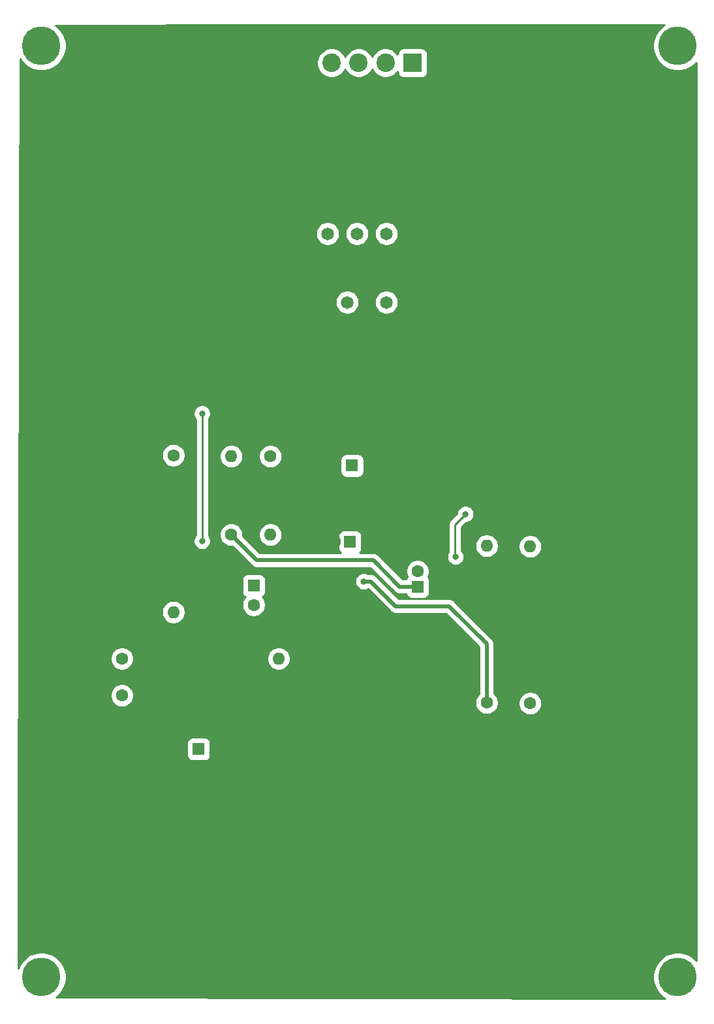
<source format=gbr>
%TF.GenerationSoftware,KiCad,Pcbnew,(5.1.6)-1*%
%TF.CreationDate,2020-11-12T12:18:02-07:00*%
%TF.ProjectId,OPA454_SmallSig_Amp,4f504134-3534-45f5-936d-616c6c536967,rev?*%
%TF.SameCoordinates,Original*%
%TF.FileFunction,Copper,L2,Bot*%
%TF.FilePolarity,Positive*%
%FSLAX46Y46*%
G04 Gerber Fmt 4.6, Leading zero omitted, Abs format (unit mm)*
G04 Created by KiCad (PCBNEW (5.1.6)-1) date 2020-11-12 12:18:02*
%MOMM*%
%LPD*%
G01*
G04 APERTURE LIST*
%TA.AperFunction,ComponentPad*%
%ADD10C,5.000000*%
%TD*%
%TA.AperFunction,ComponentPad*%
%ADD11O,1.600000X1.600000*%
%TD*%
%TA.AperFunction,ComponentPad*%
%ADD12C,1.600000*%
%TD*%
%TA.AperFunction,ComponentPad*%
%ADD13C,1.650000*%
%TD*%
%TA.AperFunction,ComponentPad*%
%ADD14C,2.400000*%
%TD*%
%TA.AperFunction,ComponentPad*%
%ADD15R,2.400000X2.400000*%
%TD*%
%TA.AperFunction,ComponentPad*%
%ADD16R,1.600000X1.600000*%
%TD*%
%TA.AperFunction,ComponentPad*%
%ADD17C,0.300000*%
%TD*%
%TA.AperFunction,ViaPad*%
%ADD18C,0.800000*%
%TD*%
%TA.AperFunction,Conductor*%
%ADD19C,0.250000*%
%TD*%
%TA.AperFunction,Conductor*%
%ADD20C,0.500000*%
%TD*%
%TA.AperFunction,Conductor*%
%ADD21C,0.254000*%
%TD*%
G04 APERTURE END LIST*
D10*
%TO.P,H4,1*%
%TO.N,N/C*%
X142250000Y-158250000D03*
%TD*%
%TO.P,H3,1*%
%TO.N,N/C*%
X142250000Y-37600000D03*
%TD*%
%TO.P,H2,1*%
%TO.N,N/C*%
X59700000Y-158250000D03*
%TD*%
%TO.P,H1,1*%
%TO.N,N/C*%
X59700000Y-37600000D03*
%TD*%
D11*
%TO.P,R3,2*%
%TO.N,Net-(R2-Pad1)*%
X84316000Y-90765000D03*
D12*
%TO.P,R3,1*%
%TO.N,Net-(C5-Pad1)*%
X84316000Y-100925000D03*
%TD*%
D11*
%TO.P,R2,2*%
%TO.N,SIG_BIAS*%
X89396000Y-100925000D03*
D12*
%TO.P,R2,1*%
%TO.N,Net-(R2-Pad1)*%
X89396000Y-90765000D03*
%TD*%
D13*
%TO.P,U2,4*%
%TO.N,V-*%
X94285500Y-70826000D03*
%TO.P,U2,5*%
%TO.N,Net-(U2-Pad5)*%
X99365500Y-70826000D03*
%TO.P,U2,3*%
%TO.N,V+*%
X104445500Y-70826000D03*
%TO.P,U2,6*%
%TO.N,Net-(U2-Pad6)*%
X96825500Y-61936000D03*
%TO.P,U2,2*%
%TO.N,5V_IN*%
X100635500Y-61936000D03*
%TO.P,U2,1*%
%TO.N,5V_GND*%
X104445500Y-61936000D03*
%TD*%
D11*
%TO.P,R7,2*%
%TO.N,V+*%
X117463000Y-102385500D03*
D12*
%TO.P,R7,1*%
%TO.N,Net-(R7-Pad1)*%
X117463000Y-122705500D03*
%TD*%
D11*
%TO.P,R6,2*%
%TO.N,Net-(C2-Pad2)*%
X90475500Y-116990500D03*
D12*
%TO.P,R6,1*%
%TO.N,SIG_BIAS*%
X70155500Y-116990500D03*
%TD*%
D11*
%TO.P,R5,2*%
%TO.N,V-*%
X90475500Y-121753000D03*
D12*
%TO.P,R5,1*%
%TO.N,SIG_BIAS*%
X70155500Y-121753000D03*
%TD*%
D11*
%TO.P,R4,2*%
%TO.N,V+*%
X123114500Y-102449000D03*
D12*
%TO.P,R4,1*%
%TO.N,Net-(R4-Pad1)*%
X123114500Y-122769000D03*
%TD*%
D11*
%TO.P,R1,2*%
%TO.N,SIG_BIAS*%
X76823000Y-110958000D03*
D12*
%TO.P,R1,1*%
%TO.N,V+*%
X76823000Y-90638000D03*
%TD*%
D14*
%TO.P,J1,4*%
%TO.N,+SIG_IN*%
X97350000Y-39800000D03*
%TO.P,J1,3*%
%TO.N,5V_IN*%
X100850000Y-39800000D03*
%TO.P,J1,2*%
%TO.N,5V_GND*%
X104350000Y-39800000D03*
D15*
%TO.P,J1,1*%
%TO.N,SIG_OUT*%
X107850000Y-39800000D03*
%TD*%
D12*
%TO.P,C5,2*%
%TO.N,SIG_OUT*%
X108509500Y-105656000D03*
D16*
%TO.P,C5,1*%
%TO.N,Net-(C5-Pad1)*%
X108509500Y-107656000D03*
%TD*%
D12*
%TO.P,C4,2*%
%TO.N,V-*%
X97725966Y-101869500D03*
D16*
%TO.P,C4,1*%
%TO.N,V+*%
X99725966Y-101869500D03*
%TD*%
D12*
%TO.P,C3,2*%
%TO.N,V-*%
X97500500Y-91971500D03*
D16*
%TO.P,C3,1*%
%TO.N,V+*%
X100000500Y-91971500D03*
%TD*%
D12*
%TO.P,C2,2*%
%TO.N,Net-(C2-Pad2)*%
X87237000Y-110029000D03*
D16*
%TO.P,C2,1*%
%TO.N,+SIG_IN*%
X87237000Y-107529000D03*
%TD*%
D12*
%TO.P,C1,2*%
%TO.N,V-*%
X80100000Y-131200000D03*
D16*
%TO.P,C1,1*%
%TO.N,SIG_BIAS*%
X80100000Y-128700000D03*
%TD*%
D17*
%TO.P,U1,17*%
%TO.N,V-*%
X99444000Y-113416000D03*
%TO.P,U1,16*%
X98144000Y-113416000D03*
%TO.P,U1,15*%
X99444000Y-112116000D03*
%TO.P,U1,14*%
X98144000Y-112116000D03*
%TO.P,U1,13*%
X99444000Y-110816000D03*
%TO.P,U1,12*%
X98144000Y-110816000D03*
%TO.P,U1,11*%
X99444000Y-109516000D03*
%TO.P,U1,10*%
X98144000Y-109516000D03*
%TD*%
D18*
%TO.N,V-*%
X93904500Y-113879000D03*
X96094000Y-108004000D03*
%TO.N,+SIG_IN*%
X80550000Y-85225000D03*
X80550000Y-101750000D03*
%TO.N,SIG_OUT*%
X113425000Y-103800000D03*
X114700000Y-98250000D03*
%TO.N,Net-(R7-Pad1)*%
X101494000Y-106988000D03*
%TD*%
D19*
%TO.N,+SIG_IN*%
X80550000Y-85225000D02*
X80550000Y-101750000D01*
%TO.N,SIG_OUT*%
X114700000Y-98250000D02*
X113350000Y-99600000D01*
X113350000Y-103725000D02*
X113425000Y-103800000D01*
X113350000Y-99600000D02*
X113350000Y-103725000D01*
D20*
%TO.N,Net-(C5-Pad1)*%
X84316000Y-100925000D02*
X87618000Y-104227000D01*
X102731000Y-104227000D02*
X106160000Y-107656000D01*
X106160000Y-107656000D02*
X108509500Y-107656000D01*
X87618000Y-104227000D02*
X102731000Y-104227000D01*
%TO.N,Net-(R7-Pad1)*%
X105652000Y-110196000D02*
X102444000Y-106988000D01*
X102444000Y-106988000D02*
X101494000Y-106988000D01*
X112573500Y-110196000D02*
X105652000Y-110196000D01*
X117463000Y-115085500D02*
X112573500Y-110196000D01*
X117463000Y-122705500D02*
X117463000Y-115085500D01*
%TD*%
D21*
%TO.N,V-*%
G36*
X140192907Y-35093425D02*
G01*
X139743425Y-35542907D01*
X139390270Y-36071442D01*
X139147012Y-36658719D01*
X139023000Y-37282168D01*
X139023000Y-37917832D01*
X139147012Y-38541281D01*
X139390270Y-39128558D01*
X139743425Y-39657093D01*
X140192907Y-40106575D01*
X140721442Y-40459730D01*
X141308719Y-40702988D01*
X141932168Y-40827000D01*
X142567832Y-40827000D01*
X143191281Y-40702988D01*
X143778558Y-40459730D01*
X144307093Y-40106575D01*
X144648000Y-39765668D01*
X144648001Y-156084333D01*
X144307093Y-155743425D01*
X143778558Y-155390270D01*
X143191281Y-155147012D01*
X142567832Y-155023000D01*
X141932168Y-155023000D01*
X141308719Y-155147012D01*
X140721442Y-155390270D01*
X140192907Y-155743425D01*
X139743425Y-156192907D01*
X139390270Y-156721442D01*
X139147012Y-157308719D01*
X139023000Y-157932168D01*
X139023000Y-158567832D01*
X139147012Y-159191281D01*
X139390270Y-159778558D01*
X139743425Y-160307093D01*
X140192907Y-160756575D01*
X140613045Y-161037302D01*
X61601200Y-160860739D01*
X61757093Y-160756575D01*
X62206575Y-160307093D01*
X62559730Y-159778558D01*
X62802988Y-159191281D01*
X62927000Y-158567832D01*
X62927000Y-157932168D01*
X62802988Y-157308719D01*
X62559730Y-156721442D01*
X62206575Y-156192907D01*
X61757093Y-155743425D01*
X61228558Y-155390270D01*
X60641281Y-155147012D01*
X60017832Y-155023000D01*
X59382168Y-155023000D01*
X58758719Y-155147012D01*
X58171442Y-155390270D01*
X57642907Y-155743425D01*
X57193425Y-156192907D01*
X56840270Y-156721442D01*
X56662474Y-157150679D01*
X56731325Y-127900000D01*
X78569483Y-127900000D01*
X78569483Y-129500000D01*
X78583520Y-129642517D01*
X78625090Y-129779557D01*
X78692597Y-129905853D01*
X78783446Y-130016554D01*
X78894147Y-130107403D01*
X79020443Y-130174910D01*
X79157483Y-130216480D01*
X79300000Y-130230517D01*
X80900000Y-130230517D01*
X81042517Y-130216480D01*
X81179557Y-130174910D01*
X81305853Y-130107403D01*
X81416554Y-130016554D01*
X81507403Y-129905853D01*
X81574910Y-129779557D01*
X81616480Y-129642517D01*
X81630517Y-129500000D01*
X81630517Y-127900000D01*
X81616480Y-127757483D01*
X81574910Y-127620443D01*
X81507403Y-127494147D01*
X81416554Y-127383446D01*
X81305853Y-127292597D01*
X81179557Y-127225090D01*
X81042517Y-127183520D01*
X80900000Y-127169483D01*
X79300000Y-127169483D01*
X79157483Y-127183520D01*
X79020443Y-127225090D01*
X78894147Y-127292597D01*
X78783446Y-127383446D01*
X78692597Y-127494147D01*
X78625090Y-127620443D01*
X78583520Y-127757483D01*
X78569483Y-127900000D01*
X56731325Y-127900000D01*
X56746149Y-121602604D01*
X68628500Y-121602604D01*
X68628500Y-121903396D01*
X68687181Y-122198410D01*
X68802290Y-122476306D01*
X68969401Y-122726406D01*
X69182094Y-122939099D01*
X69432194Y-123106210D01*
X69710090Y-123221319D01*
X70005104Y-123280000D01*
X70305896Y-123280000D01*
X70600910Y-123221319D01*
X70878806Y-123106210D01*
X71128906Y-122939099D01*
X71341599Y-122726406D01*
X71508710Y-122476306D01*
X71623819Y-122198410D01*
X71682500Y-121903396D01*
X71682500Y-121602604D01*
X71623819Y-121307590D01*
X71508710Y-121029694D01*
X71341599Y-120779594D01*
X71128906Y-120566901D01*
X70878806Y-120399790D01*
X70600910Y-120284681D01*
X70305896Y-120226000D01*
X70005104Y-120226000D01*
X69710090Y-120284681D01*
X69432194Y-120399790D01*
X69182094Y-120566901D01*
X68969401Y-120779594D01*
X68802290Y-121029694D01*
X68687181Y-121307590D01*
X68628500Y-121602604D01*
X56746149Y-121602604D01*
X56757359Y-116840104D01*
X68628500Y-116840104D01*
X68628500Y-117140896D01*
X68687181Y-117435910D01*
X68802290Y-117713806D01*
X68969401Y-117963906D01*
X69182094Y-118176599D01*
X69432194Y-118343710D01*
X69710090Y-118458819D01*
X70005104Y-118517500D01*
X70305896Y-118517500D01*
X70600910Y-118458819D01*
X70878806Y-118343710D01*
X71128906Y-118176599D01*
X71341599Y-117963906D01*
X71508710Y-117713806D01*
X71623819Y-117435910D01*
X71682500Y-117140896D01*
X71682500Y-116840104D01*
X88948500Y-116840104D01*
X88948500Y-117140896D01*
X89007181Y-117435910D01*
X89122290Y-117713806D01*
X89289401Y-117963906D01*
X89502094Y-118176599D01*
X89752194Y-118343710D01*
X90030090Y-118458819D01*
X90325104Y-118517500D01*
X90625896Y-118517500D01*
X90920910Y-118458819D01*
X91198806Y-118343710D01*
X91448906Y-118176599D01*
X91661599Y-117963906D01*
X91828710Y-117713806D01*
X91943819Y-117435910D01*
X92002500Y-117140896D01*
X92002500Y-116840104D01*
X91943819Y-116545090D01*
X91828710Y-116267194D01*
X91661599Y-116017094D01*
X91448906Y-115804401D01*
X91198806Y-115637290D01*
X90920910Y-115522181D01*
X90625896Y-115463500D01*
X90325104Y-115463500D01*
X90030090Y-115522181D01*
X89752194Y-115637290D01*
X89502094Y-115804401D01*
X89289401Y-116017094D01*
X89122290Y-116267194D01*
X89007181Y-116545090D01*
X88948500Y-116840104D01*
X71682500Y-116840104D01*
X71623819Y-116545090D01*
X71508710Y-116267194D01*
X71341599Y-116017094D01*
X71128906Y-115804401D01*
X70878806Y-115637290D01*
X70600910Y-115522181D01*
X70305896Y-115463500D01*
X70005104Y-115463500D01*
X69710090Y-115522181D01*
X69432194Y-115637290D01*
X69182094Y-115804401D01*
X68969401Y-116017094D01*
X68802290Y-116267194D01*
X68687181Y-116545090D01*
X68628500Y-116840104D01*
X56757359Y-116840104D01*
X56771558Y-110807604D01*
X75296000Y-110807604D01*
X75296000Y-111108396D01*
X75354681Y-111403410D01*
X75469790Y-111681306D01*
X75636901Y-111931406D01*
X75849594Y-112144099D01*
X76099694Y-112311210D01*
X76377590Y-112426319D01*
X76672604Y-112485000D01*
X76973396Y-112485000D01*
X77268410Y-112426319D01*
X77546306Y-112311210D01*
X77796406Y-112144099D01*
X78009099Y-111931406D01*
X78176210Y-111681306D01*
X78291319Y-111403410D01*
X78350000Y-111108396D01*
X78350000Y-110807604D01*
X78291319Y-110512590D01*
X78176210Y-110234694D01*
X78009099Y-109984594D01*
X77796406Y-109771901D01*
X77546306Y-109604790D01*
X77268410Y-109489681D01*
X76973396Y-109431000D01*
X76672604Y-109431000D01*
X76377590Y-109489681D01*
X76099694Y-109604790D01*
X75849594Y-109771901D01*
X75636901Y-109984594D01*
X75469790Y-110234694D01*
X75354681Y-110512590D01*
X75296000Y-110807604D01*
X56771558Y-110807604D01*
X56781158Y-106729000D01*
X85706483Y-106729000D01*
X85706483Y-108329000D01*
X85720520Y-108471517D01*
X85762090Y-108608557D01*
X85829597Y-108734853D01*
X85920446Y-108845554D01*
X86031147Y-108936403D01*
X86121694Y-108984801D01*
X86050901Y-109055594D01*
X85883790Y-109305694D01*
X85768681Y-109583590D01*
X85710000Y-109878604D01*
X85710000Y-110179396D01*
X85768681Y-110474410D01*
X85883790Y-110752306D01*
X86050901Y-111002406D01*
X86263594Y-111215099D01*
X86513694Y-111382210D01*
X86791590Y-111497319D01*
X87086604Y-111556000D01*
X87387396Y-111556000D01*
X87682410Y-111497319D01*
X87960306Y-111382210D01*
X88210406Y-111215099D01*
X88423099Y-111002406D01*
X88590210Y-110752306D01*
X88705319Y-110474410D01*
X88764000Y-110179396D01*
X88764000Y-109878604D01*
X88705319Y-109583590D01*
X88590210Y-109305694D01*
X88423099Y-109055594D01*
X88352306Y-108984801D01*
X88442853Y-108936403D01*
X88553554Y-108845554D01*
X88644403Y-108734853D01*
X88711910Y-108608557D01*
X88753480Y-108471517D01*
X88767517Y-108329000D01*
X88767517Y-106877000D01*
X100367000Y-106877000D01*
X100367000Y-107099000D01*
X100410310Y-107316734D01*
X100495266Y-107521835D01*
X100618602Y-107706421D01*
X100775579Y-107863398D01*
X100960165Y-107986734D01*
X101165266Y-108071690D01*
X101383000Y-108115000D01*
X101605000Y-108115000D01*
X101822734Y-108071690D01*
X102027835Y-107986734D01*
X102047745Y-107973431D01*
X104927220Y-110852907D01*
X104957814Y-110890186D01*
X105106582Y-111012276D01*
X105276309Y-111102997D01*
X105460475Y-111158863D01*
X105604007Y-111173000D01*
X105604009Y-111173000D01*
X105651999Y-111177727D01*
X105699990Y-111173000D01*
X112168814Y-111173000D01*
X116486001Y-115490188D01*
X116486000Y-121522995D01*
X116276901Y-121732094D01*
X116109790Y-121982194D01*
X115994681Y-122260090D01*
X115936000Y-122555104D01*
X115936000Y-122855896D01*
X115994681Y-123150910D01*
X116109790Y-123428806D01*
X116276901Y-123678906D01*
X116489594Y-123891599D01*
X116739694Y-124058710D01*
X117017590Y-124173819D01*
X117312604Y-124232500D01*
X117613396Y-124232500D01*
X117908410Y-124173819D01*
X118186306Y-124058710D01*
X118436406Y-123891599D01*
X118649099Y-123678906D01*
X118816210Y-123428806D01*
X118931319Y-123150910D01*
X118990000Y-122855896D01*
X118990000Y-122618604D01*
X121587500Y-122618604D01*
X121587500Y-122919396D01*
X121646181Y-123214410D01*
X121761290Y-123492306D01*
X121928401Y-123742406D01*
X122141094Y-123955099D01*
X122391194Y-124122210D01*
X122669090Y-124237319D01*
X122964104Y-124296000D01*
X123264896Y-124296000D01*
X123559910Y-124237319D01*
X123837806Y-124122210D01*
X124087906Y-123955099D01*
X124300599Y-123742406D01*
X124467710Y-123492306D01*
X124582819Y-123214410D01*
X124641500Y-122919396D01*
X124641500Y-122618604D01*
X124582819Y-122323590D01*
X124467710Y-122045694D01*
X124300599Y-121795594D01*
X124087906Y-121582901D01*
X123837806Y-121415790D01*
X123559910Y-121300681D01*
X123264896Y-121242000D01*
X122964104Y-121242000D01*
X122669090Y-121300681D01*
X122391194Y-121415790D01*
X122141094Y-121582901D01*
X121928401Y-121795594D01*
X121761290Y-122045694D01*
X121646181Y-122323590D01*
X121587500Y-122618604D01*
X118990000Y-122618604D01*
X118990000Y-122555104D01*
X118931319Y-122260090D01*
X118816210Y-121982194D01*
X118649099Y-121732094D01*
X118440000Y-121522995D01*
X118440000Y-115133490D01*
X118444727Y-115085499D01*
X118440000Y-115037507D01*
X118425863Y-114893975D01*
X118369997Y-114709809D01*
X118279276Y-114540082D01*
X118157186Y-114391314D01*
X118119907Y-114360721D01*
X113298284Y-109539098D01*
X113267686Y-109501814D01*
X113118918Y-109379724D01*
X112949191Y-109289003D01*
X112765025Y-109233137D01*
X112621493Y-109219000D01*
X112573500Y-109214273D01*
X112525507Y-109219000D01*
X106056687Y-109219000D01*
X103168784Y-106331098D01*
X103138186Y-106293814D01*
X102989418Y-106171724D01*
X102819691Y-106081003D01*
X102635525Y-106025137D01*
X102491993Y-106011000D01*
X102444000Y-106006273D01*
X102396007Y-106011000D01*
X102060362Y-106011000D01*
X102027835Y-105989266D01*
X101822734Y-105904310D01*
X101605000Y-105861000D01*
X101383000Y-105861000D01*
X101165266Y-105904310D01*
X100960165Y-105989266D01*
X100775579Y-106112602D01*
X100618602Y-106269579D01*
X100495266Y-106454165D01*
X100410310Y-106659266D01*
X100367000Y-106877000D01*
X88767517Y-106877000D01*
X88767517Y-106729000D01*
X88753480Y-106586483D01*
X88711910Y-106449443D01*
X88644403Y-106323147D01*
X88553554Y-106212446D01*
X88442853Y-106121597D01*
X88316557Y-106054090D01*
X88179517Y-106012520D01*
X88037000Y-105998483D01*
X86437000Y-105998483D01*
X86294483Y-106012520D01*
X86157443Y-106054090D01*
X86031147Y-106121597D01*
X85920446Y-106212446D01*
X85829597Y-106323147D01*
X85762090Y-106449443D01*
X85720520Y-106586483D01*
X85706483Y-106729000D01*
X56781158Y-106729000D01*
X56819388Y-90487604D01*
X75296000Y-90487604D01*
X75296000Y-90788396D01*
X75354681Y-91083410D01*
X75469790Y-91361306D01*
X75636901Y-91611406D01*
X75849594Y-91824099D01*
X76099694Y-91991210D01*
X76377590Y-92106319D01*
X76672604Y-92165000D01*
X76973396Y-92165000D01*
X77268410Y-92106319D01*
X77546306Y-91991210D01*
X77796406Y-91824099D01*
X78009099Y-91611406D01*
X78176210Y-91361306D01*
X78291319Y-91083410D01*
X78350000Y-90788396D01*
X78350000Y-90487604D01*
X78291319Y-90192590D01*
X78176210Y-89914694D01*
X78009099Y-89664594D01*
X77796406Y-89451901D01*
X77546306Y-89284790D01*
X77268410Y-89169681D01*
X76973396Y-89111000D01*
X76672604Y-89111000D01*
X76377590Y-89169681D01*
X76099694Y-89284790D01*
X75849594Y-89451901D01*
X75636901Y-89664594D01*
X75469790Y-89914694D01*
X75354681Y-90192590D01*
X75296000Y-90487604D01*
X56819388Y-90487604D01*
X56832036Y-85114000D01*
X79423000Y-85114000D01*
X79423000Y-85336000D01*
X79466310Y-85553734D01*
X79551266Y-85758835D01*
X79674602Y-85943421D01*
X79698000Y-85966819D01*
X79698001Y-101008180D01*
X79674602Y-101031579D01*
X79551266Y-101216165D01*
X79466310Y-101421266D01*
X79423000Y-101639000D01*
X79423000Y-101861000D01*
X79466310Y-102078734D01*
X79551266Y-102283835D01*
X79674602Y-102468421D01*
X79831579Y-102625398D01*
X80016165Y-102748734D01*
X80221266Y-102833690D01*
X80439000Y-102877000D01*
X80661000Y-102877000D01*
X80878734Y-102833690D01*
X81083835Y-102748734D01*
X81268421Y-102625398D01*
X81425398Y-102468421D01*
X81548734Y-102283835D01*
X81633690Y-102078734D01*
X81677000Y-101861000D01*
X81677000Y-101639000D01*
X81633690Y-101421266D01*
X81548734Y-101216165D01*
X81425398Y-101031579D01*
X81402000Y-101008181D01*
X81402000Y-100774604D01*
X82789000Y-100774604D01*
X82789000Y-101075396D01*
X82847681Y-101370410D01*
X82962790Y-101648306D01*
X83129901Y-101898406D01*
X83342594Y-102111099D01*
X83592694Y-102278210D01*
X83870590Y-102393319D01*
X84165604Y-102452000D01*
X84461314Y-102452000D01*
X86893220Y-104883907D01*
X86923814Y-104921186D01*
X87072582Y-105043276D01*
X87242309Y-105133997D01*
X87426475Y-105189863D01*
X87570007Y-105204000D01*
X87570009Y-105204000D01*
X87617999Y-105208727D01*
X87665990Y-105204000D01*
X102326314Y-105204000D01*
X105435220Y-108312907D01*
X105465814Y-108350186D01*
X105614582Y-108472276D01*
X105784309Y-108562997D01*
X105968475Y-108618863D01*
X106112007Y-108633000D01*
X106112009Y-108633000D01*
X106159999Y-108637727D01*
X106207990Y-108633000D01*
X107003480Y-108633000D01*
X107034590Y-108735557D01*
X107102097Y-108861853D01*
X107192946Y-108972554D01*
X107303647Y-109063403D01*
X107429943Y-109130910D01*
X107566983Y-109172480D01*
X107709500Y-109186517D01*
X109309500Y-109186517D01*
X109452017Y-109172480D01*
X109589057Y-109130910D01*
X109715353Y-109063403D01*
X109826054Y-108972554D01*
X109916903Y-108861853D01*
X109984410Y-108735557D01*
X110025980Y-108598517D01*
X110040017Y-108456000D01*
X110040017Y-106856000D01*
X110025980Y-106713483D01*
X109984410Y-106576443D01*
X109916903Y-106450147D01*
X109860940Y-106381955D01*
X109862710Y-106379306D01*
X109977819Y-106101410D01*
X110036500Y-105806396D01*
X110036500Y-105505604D01*
X109977819Y-105210590D01*
X109862710Y-104932694D01*
X109695599Y-104682594D01*
X109482906Y-104469901D01*
X109232806Y-104302790D01*
X108954910Y-104187681D01*
X108659896Y-104129000D01*
X108359104Y-104129000D01*
X108064090Y-104187681D01*
X107786194Y-104302790D01*
X107536094Y-104469901D01*
X107323401Y-104682594D01*
X107156290Y-104932694D01*
X107041181Y-105210590D01*
X106982500Y-105505604D01*
X106982500Y-105806396D01*
X107041181Y-106101410D01*
X107156290Y-106379306D01*
X107158060Y-106381955D01*
X107102097Y-106450147D01*
X107034590Y-106576443D01*
X107003480Y-106679000D01*
X106564687Y-106679000D01*
X103574687Y-103689000D01*
X112298000Y-103689000D01*
X112298000Y-103911000D01*
X112341310Y-104128734D01*
X112426266Y-104333835D01*
X112549602Y-104518421D01*
X112706579Y-104675398D01*
X112891165Y-104798734D01*
X113096266Y-104883690D01*
X113314000Y-104927000D01*
X113536000Y-104927000D01*
X113753734Y-104883690D01*
X113958835Y-104798734D01*
X114143421Y-104675398D01*
X114300398Y-104518421D01*
X114423734Y-104333835D01*
X114508690Y-104128734D01*
X114552000Y-103911000D01*
X114552000Y-103689000D01*
X114508690Y-103471266D01*
X114423734Y-103266165D01*
X114300398Y-103081579D01*
X114202000Y-102983181D01*
X114202000Y-102235104D01*
X115936000Y-102235104D01*
X115936000Y-102535896D01*
X115994681Y-102830910D01*
X116109790Y-103108806D01*
X116276901Y-103358906D01*
X116489594Y-103571599D01*
X116739694Y-103738710D01*
X117017590Y-103853819D01*
X117312604Y-103912500D01*
X117613396Y-103912500D01*
X117908410Y-103853819D01*
X118186306Y-103738710D01*
X118436406Y-103571599D01*
X118649099Y-103358906D01*
X118816210Y-103108806D01*
X118931319Y-102830910D01*
X118990000Y-102535896D01*
X118990000Y-102298604D01*
X121587500Y-102298604D01*
X121587500Y-102599396D01*
X121646181Y-102894410D01*
X121761290Y-103172306D01*
X121928401Y-103422406D01*
X122141094Y-103635099D01*
X122391194Y-103802210D01*
X122669090Y-103917319D01*
X122964104Y-103976000D01*
X123264896Y-103976000D01*
X123559910Y-103917319D01*
X123837806Y-103802210D01*
X124087906Y-103635099D01*
X124300599Y-103422406D01*
X124467710Y-103172306D01*
X124582819Y-102894410D01*
X124641500Y-102599396D01*
X124641500Y-102298604D01*
X124582819Y-102003590D01*
X124467710Y-101725694D01*
X124300599Y-101475594D01*
X124087906Y-101262901D01*
X123837806Y-101095790D01*
X123559910Y-100980681D01*
X123264896Y-100922000D01*
X122964104Y-100922000D01*
X122669090Y-100980681D01*
X122391194Y-101095790D01*
X122141094Y-101262901D01*
X121928401Y-101475594D01*
X121761290Y-101725694D01*
X121646181Y-102003590D01*
X121587500Y-102298604D01*
X118990000Y-102298604D01*
X118990000Y-102235104D01*
X118931319Y-101940090D01*
X118816210Y-101662194D01*
X118649099Y-101412094D01*
X118436406Y-101199401D01*
X118186306Y-101032290D01*
X117908410Y-100917181D01*
X117613396Y-100858500D01*
X117312604Y-100858500D01*
X117017590Y-100917181D01*
X116739694Y-101032290D01*
X116489594Y-101199401D01*
X116276901Y-101412094D01*
X116109790Y-101662194D01*
X115994681Y-101940090D01*
X115936000Y-102235104D01*
X114202000Y-102235104D01*
X114202000Y-99952909D01*
X114777910Y-99377000D01*
X114811000Y-99377000D01*
X115028734Y-99333690D01*
X115233835Y-99248734D01*
X115418421Y-99125398D01*
X115575398Y-98968421D01*
X115698734Y-98783835D01*
X115783690Y-98578734D01*
X115827000Y-98361000D01*
X115827000Y-98139000D01*
X115783690Y-97921266D01*
X115698734Y-97716165D01*
X115575398Y-97531579D01*
X115418421Y-97374602D01*
X115233835Y-97251266D01*
X115028734Y-97166310D01*
X114811000Y-97123000D01*
X114589000Y-97123000D01*
X114371266Y-97166310D01*
X114166165Y-97251266D01*
X113981579Y-97374602D01*
X113824602Y-97531579D01*
X113701266Y-97716165D01*
X113616310Y-97921266D01*
X113573000Y-98139000D01*
X113573000Y-98172090D01*
X112777146Y-98967945D01*
X112744630Y-98994630D01*
X112674027Y-99080661D01*
X112638161Y-99124364D01*
X112571684Y-99248734D01*
X112559046Y-99272377D01*
X112510328Y-99432980D01*
X112498000Y-99558148D01*
X112493878Y-99600000D01*
X112498000Y-99641849D01*
X112498001Y-103158806D01*
X112426266Y-103266165D01*
X112341310Y-103471266D01*
X112298000Y-103689000D01*
X103574687Y-103689000D01*
X103455784Y-103570098D01*
X103425186Y-103532814D01*
X103276418Y-103410724D01*
X103106691Y-103320003D01*
X102922525Y-103264137D01*
X102778993Y-103250000D01*
X102731000Y-103245273D01*
X102683007Y-103250000D01*
X100964601Y-103250000D01*
X101042520Y-103186054D01*
X101133369Y-103075353D01*
X101200876Y-102949057D01*
X101242446Y-102812017D01*
X101256483Y-102669500D01*
X101256483Y-101069500D01*
X101242446Y-100926983D01*
X101200876Y-100789943D01*
X101133369Y-100663647D01*
X101042520Y-100552946D01*
X100931819Y-100462097D01*
X100805523Y-100394590D01*
X100668483Y-100353020D01*
X100525966Y-100338983D01*
X98925966Y-100338983D01*
X98783449Y-100353020D01*
X98646409Y-100394590D01*
X98520113Y-100462097D01*
X98409412Y-100552946D01*
X98318563Y-100663647D01*
X98251056Y-100789943D01*
X98209486Y-100926983D01*
X98195449Y-101069500D01*
X98195449Y-102669500D01*
X98209486Y-102812017D01*
X98251056Y-102949057D01*
X98318563Y-103075353D01*
X98409412Y-103186054D01*
X98487331Y-103250000D01*
X88022687Y-103250000D01*
X85843000Y-101070314D01*
X85843000Y-100774604D01*
X87869000Y-100774604D01*
X87869000Y-101075396D01*
X87927681Y-101370410D01*
X88042790Y-101648306D01*
X88209901Y-101898406D01*
X88422594Y-102111099D01*
X88672694Y-102278210D01*
X88950590Y-102393319D01*
X89245604Y-102452000D01*
X89546396Y-102452000D01*
X89841410Y-102393319D01*
X90119306Y-102278210D01*
X90369406Y-102111099D01*
X90582099Y-101898406D01*
X90749210Y-101648306D01*
X90864319Y-101370410D01*
X90923000Y-101075396D01*
X90923000Y-100774604D01*
X90864319Y-100479590D01*
X90749210Y-100201694D01*
X90582099Y-99951594D01*
X90369406Y-99738901D01*
X90119306Y-99571790D01*
X89841410Y-99456681D01*
X89546396Y-99398000D01*
X89245604Y-99398000D01*
X88950590Y-99456681D01*
X88672694Y-99571790D01*
X88422594Y-99738901D01*
X88209901Y-99951594D01*
X88042790Y-100201694D01*
X87927681Y-100479590D01*
X87869000Y-100774604D01*
X85843000Y-100774604D01*
X85784319Y-100479590D01*
X85669210Y-100201694D01*
X85502099Y-99951594D01*
X85289406Y-99738901D01*
X85039306Y-99571790D01*
X84761410Y-99456681D01*
X84466396Y-99398000D01*
X84165604Y-99398000D01*
X83870590Y-99456681D01*
X83592694Y-99571790D01*
X83342594Y-99738901D01*
X83129901Y-99951594D01*
X82962790Y-100201694D01*
X82847681Y-100479590D01*
X82789000Y-100774604D01*
X81402000Y-100774604D01*
X81402000Y-90614604D01*
X82789000Y-90614604D01*
X82789000Y-90915396D01*
X82847681Y-91210410D01*
X82962790Y-91488306D01*
X83129901Y-91738406D01*
X83342594Y-91951099D01*
X83592694Y-92118210D01*
X83870590Y-92233319D01*
X84165604Y-92292000D01*
X84466396Y-92292000D01*
X84761410Y-92233319D01*
X85039306Y-92118210D01*
X85289406Y-91951099D01*
X85502099Y-91738406D01*
X85669210Y-91488306D01*
X85784319Y-91210410D01*
X85843000Y-90915396D01*
X85843000Y-90614604D01*
X87869000Y-90614604D01*
X87869000Y-90915396D01*
X87927681Y-91210410D01*
X88042790Y-91488306D01*
X88209901Y-91738406D01*
X88422594Y-91951099D01*
X88672694Y-92118210D01*
X88950590Y-92233319D01*
X89245604Y-92292000D01*
X89546396Y-92292000D01*
X89841410Y-92233319D01*
X90119306Y-92118210D01*
X90369406Y-91951099D01*
X90582099Y-91738406D01*
X90749210Y-91488306D01*
X90864319Y-91210410D01*
X90872058Y-91171500D01*
X98469983Y-91171500D01*
X98469983Y-92771500D01*
X98484020Y-92914017D01*
X98525590Y-93051057D01*
X98593097Y-93177353D01*
X98683946Y-93288054D01*
X98794647Y-93378903D01*
X98920943Y-93446410D01*
X99057983Y-93487980D01*
X99200500Y-93502017D01*
X100800500Y-93502017D01*
X100943017Y-93487980D01*
X101080057Y-93446410D01*
X101206353Y-93378903D01*
X101317054Y-93288054D01*
X101407903Y-93177353D01*
X101475410Y-93051057D01*
X101516980Y-92914017D01*
X101531017Y-92771500D01*
X101531017Y-91171500D01*
X101516980Y-91028983D01*
X101475410Y-90891943D01*
X101407903Y-90765647D01*
X101317054Y-90654946D01*
X101206353Y-90564097D01*
X101080057Y-90496590D01*
X100943017Y-90455020D01*
X100800500Y-90440983D01*
X99200500Y-90440983D01*
X99057983Y-90455020D01*
X98920943Y-90496590D01*
X98794647Y-90564097D01*
X98683946Y-90654946D01*
X98593097Y-90765647D01*
X98525590Y-90891943D01*
X98484020Y-91028983D01*
X98469983Y-91171500D01*
X90872058Y-91171500D01*
X90923000Y-90915396D01*
X90923000Y-90614604D01*
X90864319Y-90319590D01*
X90749210Y-90041694D01*
X90582099Y-89791594D01*
X90369406Y-89578901D01*
X90119306Y-89411790D01*
X89841410Y-89296681D01*
X89546396Y-89238000D01*
X89245604Y-89238000D01*
X88950590Y-89296681D01*
X88672694Y-89411790D01*
X88422594Y-89578901D01*
X88209901Y-89791594D01*
X88042790Y-90041694D01*
X87927681Y-90319590D01*
X87869000Y-90614604D01*
X85843000Y-90614604D01*
X85784319Y-90319590D01*
X85669210Y-90041694D01*
X85502099Y-89791594D01*
X85289406Y-89578901D01*
X85039306Y-89411790D01*
X84761410Y-89296681D01*
X84466396Y-89238000D01*
X84165604Y-89238000D01*
X83870590Y-89296681D01*
X83592694Y-89411790D01*
X83342594Y-89578901D01*
X83129901Y-89791594D01*
X82962790Y-90041694D01*
X82847681Y-90319590D01*
X82789000Y-90614604D01*
X81402000Y-90614604D01*
X81402000Y-85966819D01*
X81425398Y-85943421D01*
X81548734Y-85758835D01*
X81633690Y-85553734D01*
X81677000Y-85336000D01*
X81677000Y-85114000D01*
X81633690Y-84896266D01*
X81548734Y-84691165D01*
X81425398Y-84506579D01*
X81268421Y-84349602D01*
X81083835Y-84226266D01*
X80878734Y-84141310D01*
X80661000Y-84098000D01*
X80439000Y-84098000D01*
X80221266Y-84141310D01*
X80016165Y-84226266D01*
X79831579Y-84349602D01*
X79674602Y-84506579D01*
X79551266Y-84691165D01*
X79466310Y-84896266D01*
X79423000Y-85114000D01*
X56832036Y-85114000D01*
X56866028Y-70673141D01*
X97813500Y-70673141D01*
X97813500Y-70978859D01*
X97873143Y-71278702D01*
X97990136Y-71561147D01*
X98159983Y-71815342D01*
X98376158Y-72031517D01*
X98630353Y-72201364D01*
X98912798Y-72318357D01*
X99212641Y-72378000D01*
X99518359Y-72378000D01*
X99818202Y-72318357D01*
X100100647Y-72201364D01*
X100354842Y-72031517D01*
X100571017Y-71815342D01*
X100740864Y-71561147D01*
X100857857Y-71278702D01*
X100917500Y-70978859D01*
X100917500Y-70673141D01*
X102893500Y-70673141D01*
X102893500Y-70978859D01*
X102953143Y-71278702D01*
X103070136Y-71561147D01*
X103239983Y-71815342D01*
X103456158Y-72031517D01*
X103710353Y-72201364D01*
X103992798Y-72318357D01*
X104292641Y-72378000D01*
X104598359Y-72378000D01*
X104898202Y-72318357D01*
X105180647Y-72201364D01*
X105434842Y-72031517D01*
X105651017Y-71815342D01*
X105820864Y-71561147D01*
X105937857Y-71278702D01*
X105997500Y-70978859D01*
X105997500Y-70673141D01*
X105937857Y-70373298D01*
X105820864Y-70090853D01*
X105651017Y-69836658D01*
X105434842Y-69620483D01*
X105180647Y-69450636D01*
X104898202Y-69333643D01*
X104598359Y-69274000D01*
X104292641Y-69274000D01*
X103992798Y-69333643D01*
X103710353Y-69450636D01*
X103456158Y-69620483D01*
X103239983Y-69836658D01*
X103070136Y-70090853D01*
X102953143Y-70373298D01*
X102893500Y-70673141D01*
X100917500Y-70673141D01*
X100857857Y-70373298D01*
X100740864Y-70090853D01*
X100571017Y-69836658D01*
X100354842Y-69620483D01*
X100100647Y-69450636D01*
X99818202Y-69333643D01*
X99518359Y-69274000D01*
X99212641Y-69274000D01*
X98912798Y-69333643D01*
X98630353Y-69450636D01*
X98376158Y-69620483D01*
X98159983Y-69836658D01*
X97990136Y-70090853D01*
X97873143Y-70373298D01*
X97813500Y-70673141D01*
X56866028Y-70673141D01*
X56886954Y-61783141D01*
X95273500Y-61783141D01*
X95273500Y-62088859D01*
X95333143Y-62388702D01*
X95450136Y-62671147D01*
X95619983Y-62925342D01*
X95836158Y-63141517D01*
X96090353Y-63311364D01*
X96372798Y-63428357D01*
X96672641Y-63488000D01*
X96978359Y-63488000D01*
X97278202Y-63428357D01*
X97560647Y-63311364D01*
X97814842Y-63141517D01*
X98031017Y-62925342D01*
X98200864Y-62671147D01*
X98317857Y-62388702D01*
X98377500Y-62088859D01*
X98377500Y-61783141D01*
X99083500Y-61783141D01*
X99083500Y-62088859D01*
X99143143Y-62388702D01*
X99260136Y-62671147D01*
X99429983Y-62925342D01*
X99646158Y-63141517D01*
X99900353Y-63311364D01*
X100182798Y-63428357D01*
X100482641Y-63488000D01*
X100788359Y-63488000D01*
X101088202Y-63428357D01*
X101370647Y-63311364D01*
X101624842Y-63141517D01*
X101841017Y-62925342D01*
X102010864Y-62671147D01*
X102127857Y-62388702D01*
X102187500Y-62088859D01*
X102187500Y-61783141D01*
X102893500Y-61783141D01*
X102893500Y-62088859D01*
X102953143Y-62388702D01*
X103070136Y-62671147D01*
X103239983Y-62925342D01*
X103456158Y-63141517D01*
X103710353Y-63311364D01*
X103992798Y-63428357D01*
X104292641Y-63488000D01*
X104598359Y-63488000D01*
X104898202Y-63428357D01*
X105180647Y-63311364D01*
X105434842Y-63141517D01*
X105651017Y-62925342D01*
X105820864Y-62671147D01*
X105937857Y-62388702D01*
X105997500Y-62088859D01*
X105997500Y-61783141D01*
X105937857Y-61483298D01*
X105820864Y-61200853D01*
X105651017Y-60946658D01*
X105434842Y-60730483D01*
X105180647Y-60560636D01*
X104898202Y-60443643D01*
X104598359Y-60384000D01*
X104292641Y-60384000D01*
X103992798Y-60443643D01*
X103710353Y-60560636D01*
X103456158Y-60730483D01*
X103239983Y-60946658D01*
X103070136Y-61200853D01*
X102953143Y-61483298D01*
X102893500Y-61783141D01*
X102187500Y-61783141D01*
X102127857Y-61483298D01*
X102010864Y-61200853D01*
X101841017Y-60946658D01*
X101624842Y-60730483D01*
X101370647Y-60560636D01*
X101088202Y-60443643D01*
X100788359Y-60384000D01*
X100482641Y-60384000D01*
X100182798Y-60443643D01*
X99900353Y-60560636D01*
X99646158Y-60730483D01*
X99429983Y-60946658D01*
X99260136Y-61200853D01*
X99143143Y-61483298D01*
X99083500Y-61783141D01*
X98377500Y-61783141D01*
X98317857Y-61483298D01*
X98200864Y-61200853D01*
X98031017Y-60946658D01*
X97814842Y-60730483D01*
X97560647Y-60560636D01*
X97278202Y-60443643D01*
X96978359Y-60384000D01*
X96672641Y-60384000D01*
X96372798Y-60443643D01*
X96090353Y-60560636D01*
X95836158Y-60730483D01*
X95619983Y-60946658D01*
X95450136Y-61200853D01*
X95333143Y-61483298D01*
X95273500Y-61783141D01*
X56886954Y-61783141D01*
X56939931Y-39277712D01*
X57193425Y-39657093D01*
X57642907Y-40106575D01*
X58171442Y-40459730D01*
X58758719Y-40702988D01*
X59382168Y-40827000D01*
X60017832Y-40827000D01*
X60641281Y-40702988D01*
X61228558Y-40459730D01*
X61757093Y-40106575D01*
X62206575Y-39657093D01*
X62237903Y-39610207D01*
X95423000Y-39610207D01*
X95423000Y-39989793D01*
X95497053Y-40362085D01*
X95642315Y-40712777D01*
X95853201Y-41028391D01*
X96121609Y-41296799D01*
X96437223Y-41507685D01*
X96787915Y-41652947D01*
X97160207Y-41727000D01*
X97539793Y-41727000D01*
X97912085Y-41652947D01*
X98262777Y-41507685D01*
X98578391Y-41296799D01*
X98846799Y-41028391D01*
X99057685Y-40712777D01*
X99100000Y-40610620D01*
X99142315Y-40712777D01*
X99353201Y-41028391D01*
X99621609Y-41296799D01*
X99937223Y-41507685D01*
X100287915Y-41652947D01*
X100660207Y-41727000D01*
X101039793Y-41727000D01*
X101412085Y-41652947D01*
X101762777Y-41507685D01*
X102078391Y-41296799D01*
X102346799Y-41028391D01*
X102557685Y-40712777D01*
X102600000Y-40610620D01*
X102642315Y-40712777D01*
X102853201Y-41028391D01*
X103121609Y-41296799D01*
X103437223Y-41507685D01*
X103787915Y-41652947D01*
X104160207Y-41727000D01*
X104539793Y-41727000D01*
X104912085Y-41652947D01*
X105262777Y-41507685D01*
X105578391Y-41296799D01*
X105846799Y-41028391D01*
X105919483Y-40919611D01*
X105919483Y-41000000D01*
X105933520Y-41142517D01*
X105975090Y-41279557D01*
X106042597Y-41405853D01*
X106133446Y-41516554D01*
X106244147Y-41607403D01*
X106370443Y-41674910D01*
X106507483Y-41716480D01*
X106650000Y-41730517D01*
X109050000Y-41730517D01*
X109192517Y-41716480D01*
X109329557Y-41674910D01*
X109455853Y-41607403D01*
X109566554Y-41516554D01*
X109657403Y-41405853D01*
X109724910Y-41279557D01*
X109766480Y-41142517D01*
X109780517Y-41000000D01*
X109780517Y-38600000D01*
X109766480Y-38457483D01*
X109724910Y-38320443D01*
X109657403Y-38194147D01*
X109566554Y-38083446D01*
X109455853Y-37992597D01*
X109329557Y-37925090D01*
X109192517Y-37883520D01*
X109050000Y-37869483D01*
X106650000Y-37869483D01*
X106507483Y-37883520D01*
X106370443Y-37925090D01*
X106244147Y-37992597D01*
X106133446Y-38083446D01*
X106042597Y-38194147D01*
X105975090Y-38320443D01*
X105933520Y-38457483D01*
X105919483Y-38600000D01*
X105919483Y-38680389D01*
X105846799Y-38571609D01*
X105578391Y-38303201D01*
X105262777Y-38092315D01*
X104912085Y-37947053D01*
X104539793Y-37873000D01*
X104160207Y-37873000D01*
X103787915Y-37947053D01*
X103437223Y-38092315D01*
X103121609Y-38303201D01*
X102853201Y-38571609D01*
X102642315Y-38887223D01*
X102600000Y-38989380D01*
X102557685Y-38887223D01*
X102346799Y-38571609D01*
X102078391Y-38303201D01*
X101762777Y-38092315D01*
X101412085Y-37947053D01*
X101039793Y-37873000D01*
X100660207Y-37873000D01*
X100287915Y-37947053D01*
X99937223Y-38092315D01*
X99621609Y-38303201D01*
X99353201Y-38571609D01*
X99142315Y-38887223D01*
X99100000Y-38989380D01*
X99057685Y-38887223D01*
X98846799Y-38571609D01*
X98578391Y-38303201D01*
X98262777Y-38092315D01*
X97912085Y-37947053D01*
X97539793Y-37873000D01*
X97160207Y-37873000D01*
X96787915Y-37947053D01*
X96437223Y-38092315D01*
X96121609Y-38303201D01*
X95853201Y-38571609D01*
X95642315Y-38887223D01*
X95497053Y-39237915D01*
X95423000Y-39610207D01*
X62237903Y-39610207D01*
X62559730Y-39128558D01*
X62802988Y-38541281D01*
X62927000Y-37917832D01*
X62927000Y-37282168D01*
X62802988Y-36658719D01*
X62559730Y-36071442D01*
X62206575Y-35542907D01*
X61757093Y-35093425D01*
X61566487Y-34966066D01*
X89787743Y-34902000D01*
X140479395Y-34902000D01*
X140192907Y-35093425D01*
G37*
X140192907Y-35093425D02*
X139743425Y-35542907D01*
X139390270Y-36071442D01*
X139147012Y-36658719D01*
X139023000Y-37282168D01*
X139023000Y-37917832D01*
X139147012Y-38541281D01*
X139390270Y-39128558D01*
X139743425Y-39657093D01*
X140192907Y-40106575D01*
X140721442Y-40459730D01*
X141308719Y-40702988D01*
X141932168Y-40827000D01*
X142567832Y-40827000D01*
X143191281Y-40702988D01*
X143778558Y-40459730D01*
X144307093Y-40106575D01*
X144648000Y-39765668D01*
X144648001Y-156084333D01*
X144307093Y-155743425D01*
X143778558Y-155390270D01*
X143191281Y-155147012D01*
X142567832Y-155023000D01*
X141932168Y-155023000D01*
X141308719Y-155147012D01*
X140721442Y-155390270D01*
X140192907Y-155743425D01*
X139743425Y-156192907D01*
X139390270Y-156721442D01*
X139147012Y-157308719D01*
X139023000Y-157932168D01*
X139023000Y-158567832D01*
X139147012Y-159191281D01*
X139390270Y-159778558D01*
X139743425Y-160307093D01*
X140192907Y-160756575D01*
X140613045Y-161037302D01*
X61601200Y-160860739D01*
X61757093Y-160756575D01*
X62206575Y-160307093D01*
X62559730Y-159778558D01*
X62802988Y-159191281D01*
X62927000Y-158567832D01*
X62927000Y-157932168D01*
X62802988Y-157308719D01*
X62559730Y-156721442D01*
X62206575Y-156192907D01*
X61757093Y-155743425D01*
X61228558Y-155390270D01*
X60641281Y-155147012D01*
X60017832Y-155023000D01*
X59382168Y-155023000D01*
X58758719Y-155147012D01*
X58171442Y-155390270D01*
X57642907Y-155743425D01*
X57193425Y-156192907D01*
X56840270Y-156721442D01*
X56662474Y-157150679D01*
X56731325Y-127900000D01*
X78569483Y-127900000D01*
X78569483Y-129500000D01*
X78583520Y-129642517D01*
X78625090Y-129779557D01*
X78692597Y-129905853D01*
X78783446Y-130016554D01*
X78894147Y-130107403D01*
X79020443Y-130174910D01*
X79157483Y-130216480D01*
X79300000Y-130230517D01*
X80900000Y-130230517D01*
X81042517Y-130216480D01*
X81179557Y-130174910D01*
X81305853Y-130107403D01*
X81416554Y-130016554D01*
X81507403Y-129905853D01*
X81574910Y-129779557D01*
X81616480Y-129642517D01*
X81630517Y-129500000D01*
X81630517Y-127900000D01*
X81616480Y-127757483D01*
X81574910Y-127620443D01*
X81507403Y-127494147D01*
X81416554Y-127383446D01*
X81305853Y-127292597D01*
X81179557Y-127225090D01*
X81042517Y-127183520D01*
X80900000Y-127169483D01*
X79300000Y-127169483D01*
X79157483Y-127183520D01*
X79020443Y-127225090D01*
X78894147Y-127292597D01*
X78783446Y-127383446D01*
X78692597Y-127494147D01*
X78625090Y-127620443D01*
X78583520Y-127757483D01*
X78569483Y-127900000D01*
X56731325Y-127900000D01*
X56746149Y-121602604D01*
X68628500Y-121602604D01*
X68628500Y-121903396D01*
X68687181Y-122198410D01*
X68802290Y-122476306D01*
X68969401Y-122726406D01*
X69182094Y-122939099D01*
X69432194Y-123106210D01*
X69710090Y-123221319D01*
X70005104Y-123280000D01*
X70305896Y-123280000D01*
X70600910Y-123221319D01*
X70878806Y-123106210D01*
X71128906Y-122939099D01*
X71341599Y-122726406D01*
X71508710Y-122476306D01*
X71623819Y-122198410D01*
X71682500Y-121903396D01*
X71682500Y-121602604D01*
X71623819Y-121307590D01*
X71508710Y-121029694D01*
X71341599Y-120779594D01*
X71128906Y-120566901D01*
X70878806Y-120399790D01*
X70600910Y-120284681D01*
X70305896Y-120226000D01*
X70005104Y-120226000D01*
X69710090Y-120284681D01*
X69432194Y-120399790D01*
X69182094Y-120566901D01*
X68969401Y-120779594D01*
X68802290Y-121029694D01*
X68687181Y-121307590D01*
X68628500Y-121602604D01*
X56746149Y-121602604D01*
X56757359Y-116840104D01*
X68628500Y-116840104D01*
X68628500Y-117140896D01*
X68687181Y-117435910D01*
X68802290Y-117713806D01*
X68969401Y-117963906D01*
X69182094Y-118176599D01*
X69432194Y-118343710D01*
X69710090Y-118458819D01*
X70005104Y-118517500D01*
X70305896Y-118517500D01*
X70600910Y-118458819D01*
X70878806Y-118343710D01*
X71128906Y-118176599D01*
X71341599Y-117963906D01*
X71508710Y-117713806D01*
X71623819Y-117435910D01*
X71682500Y-117140896D01*
X71682500Y-116840104D01*
X88948500Y-116840104D01*
X88948500Y-117140896D01*
X89007181Y-117435910D01*
X89122290Y-117713806D01*
X89289401Y-117963906D01*
X89502094Y-118176599D01*
X89752194Y-118343710D01*
X90030090Y-118458819D01*
X90325104Y-118517500D01*
X90625896Y-118517500D01*
X90920910Y-118458819D01*
X91198806Y-118343710D01*
X91448906Y-118176599D01*
X91661599Y-117963906D01*
X91828710Y-117713806D01*
X91943819Y-117435910D01*
X92002500Y-117140896D01*
X92002500Y-116840104D01*
X91943819Y-116545090D01*
X91828710Y-116267194D01*
X91661599Y-116017094D01*
X91448906Y-115804401D01*
X91198806Y-115637290D01*
X90920910Y-115522181D01*
X90625896Y-115463500D01*
X90325104Y-115463500D01*
X90030090Y-115522181D01*
X89752194Y-115637290D01*
X89502094Y-115804401D01*
X89289401Y-116017094D01*
X89122290Y-116267194D01*
X89007181Y-116545090D01*
X88948500Y-116840104D01*
X71682500Y-116840104D01*
X71623819Y-116545090D01*
X71508710Y-116267194D01*
X71341599Y-116017094D01*
X71128906Y-115804401D01*
X70878806Y-115637290D01*
X70600910Y-115522181D01*
X70305896Y-115463500D01*
X70005104Y-115463500D01*
X69710090Y-115522181D01*
X69432194Y-115637290D01*
X69182094Y-115804401D01*
X68969401Y-116017094D01*
X68802290Y-116267194D01*
X68687181Y-116545090D01*
X68628500Y-116840104D01*
X56757359Y-116840104D01*
X56771558Y-110807604D01*
X75296000Y-110807604D01*
X75296000Y-111108396D01*
X75354681Y-111403410D01*
X75469790Y-111681306D01*
X75636901Y-111931406D01*
X75849594Y-112144099D01*
X76099694Y-112311210D01*
X76377590Y-112426319D01*
X76672604Y-112485000D01*
X76973396Y-112485000D01*
X77268410Y-112426319D01*
X77546306Y-112311210D01*
X77796406Y-112144099D01*
X78009099Y-111931406D01*
X78176210Y-111681306D01*
X78291319Y-111403410D01*
X78350000Y-111108396D01*
X78350000Y-110807604D01*
X78291319Y-110512590D01*
X78176210Y-110234694D01*
X78009099Y-109984594D01*
X77796406Y-109771901D01*
X77546306Y-109604790D01*
X77268410Y-109489681D01*
X76973396Y-109431000D01*
X76672604Y-109431000D01*
X76377590Y-109489681D01*
X76099694Y-109604790D01*
X75849594Y-109771901D01*
X75636901Y-109984594D01*
X75469790Y-110234694D01*
X75354681Y-110512590D01*
X75296000Y-110807604D01*
X56771558Y-110807604D01*
X56781158Y-106729000D01*
X85706483Y-106729000D01*
X85706483Y-108329000D01*
X85720520Y-108471517D01*
X85762090Y-108608557D01*
X85829597Y-108734853D01*
X85920446Y-108845554D01*
X86031147Y-108936403D01*
X86121694Y-108984801D01*
X86050901Y-109055594D01*
X85883790Y-109305694D01*
X85768681Y-109583590D01*
X85710000Y-109878604D01*
X85710000Y-110179396D01*
X85768681Y-110474410D01*
X85883790Y-110752306D01*
X86050901Y-111002406D01*
X86263594Y-111215099D01*
X86513694Y-111382210D01*
X86791590Y-111497319D01*
X87086604Y-111556000D01*
X87387396Y-111556000D01*
X87682410Y-111497319D01*
X87960306Y-111382210D01*
X88210406Y-111215099D01*
X88423099Y-111002406D01*
X88590210Y-110752306D01*
X88705319Y-110474410D01*
X88764000Y-110179396D01*
X88764000Y-109878604D01*
X88705319Y-109583590D01*
X88590210Y-109305694D01*
X88423099Y-109055594D01*
X88352306Y-108984801D01*
X88442853Y-108936403D01*
X88553554Y-108845554D01*
X88644403Y-108734853D01*
X88711910Y-108608557D01*
X88753480Y-108471517D01*
X88767517Y-108329000D01*
X88767517Y-106877000D01*
X100367000Y-106877000D01*
X100367000Y-107099000D01*
X100410310Y-107316734D01*
X100495266Y-107521835D01*
X100618602Y-107706421D01*
X100775579Y-107863398D01*
X100960165Y-107986734D01*
X101165266Y-108071690D01*
X101383000Y-108115000D01*
X101605000Y-108115000D01*
X101822734Y-108071690D01*
X102027835Y-107986734D01*
X102047745Y-107973431D01*
X104927220Y-110852907D01*
X104957814Y-110890186D01*
X105106582Y-111012276D01*
X105276309Y-111102997D01*
X105460475Y-111158863D01*
X105604007Y-111173000D01*
X105604009Y-111173000D01*
X105651999Y-111177727D01*
X105699990Y-111173000D01*
X112168814Y-111173000D01*
X116486001Y-115490188D01*
X116486000Y-121522995D01*
X116276901Y-121732094D01*
X116109790Y-121982194D01*
X115994681Y-122260090D01*
X115936000Y-122555104D01*
X115936000Y-122855896D01*
X115994681Y-123150910D01*
X116109790Y-123428806D01*
X116276901Y-123678906D01*
X116489594Y-123891599D01*
X116739694Y-124058710D01*
X117017590Y-124173819D01*
X117312604Y-124232500D01*
X117613396Y-124232500D01*
X117908410Y-124173819D01*
X118186306Y-124058710D01*
X118436406Y-123891599D01*
X118649099Y-123678906D01*
X118816210Y-123428806D01*
X118931319Y-123150910D01*
X118990000Y-122855896D01*
X118990000Y-122618604D01*
X121587500Y-122618604D01*
X121587500Y-122919396D01*
X121646181Y-123214410D01*
X121761290Y-123492306D01*
X121928401Y-123742406D01*
X122141094Y-123955099D01*
X122391194Y-124122210D01*
X122669090Y-124237319D01*
X122964104Y-124296000D01*
X123264896Y-124296000D01*
X123559910Y-124237319D01*
X123837806Y-124122210D01*
X124087906Y-123955099D01*
X124300599Y-123742406D01*
X124467710Y-123492306D01*
X124582819Y-123214410D01*
X124641500Y-122919396D01*
X124641500Y-122618604D01*
X124582819Y-122323590D01*
X124467710Y-122045694D01*
X124300599Y-121795594D01*
X124087906Y-121582901D01*
X123837806Y-121415790D01*
X123559910Y-121300681D01*
X123264896Y-121242000D01*
X122964104Y-121242000D01*
X122669090Y-121300681D01*
X122391194Y-121415790D01*
X122141094Y-121582901D01*
X121928401Y-121795594D01*
X121761290Y-122045694D01*
X121646181Y-122323590D01*
X121587500Y-122618604D01*
X118990000Y-122618604D01*
X118990000Y-122555104D01*
X118931319Y-122260090D01*
X118816210Y-121982194D01*
X118649099Y-121732094D01*
X118440000Y-121522995D01*
X118440000Y-115133490D01*
X118444727Y-115085499D01*
X118440000Y-115037507D01*
X118425863Y-114893975D01*
X118369997Y-114709809D01*
X118279276Y-114540082D01*
X118157186Y-114391314D01*
X118119907Y-114360721D01*
X113298284Y-109539098D01*
X113267686Y-109501814D01*
X113118918Y-109379724D01*
X112949191Y-109289003D01*
X112765025Y-109233137D01*
X112621493Y-109219000D01*
X112573500Y-109214273D01*
X112525507Y-109219000D01*
X106056687Y-109219000D01*
X103168784Y-106331098D01*
X103138186Y-106293814D01*
X102989418Y-106171724D01*
X102819691Y-106081003D01*
X102635525Y-106025137D01*
X102491993Y-106011000D01*
X102444000Y-106006273D01*
X102396007Y-106011000D01*
X102060362Y-106011000D01*
X102027835Y-105989266D01*
X101822734Y-105904310D01*
X101605000Y-105861000D01*
X101383000Y-105861000D01*
X101165266Y-105904310D01*
X100960165Y-105989266D01*
X100775579Y-106112602D01*
X100618602Y-106269579D01*
X100495266Y-106454165D01*
X100410310Y-106659266D01*
X100367000Y-106877000D01*
X88767517Y-106877000D01*
X88767517Y-106729000D01*
X88753480Y-106586483D01*
X88711910Y-106449443D01*
X88644403Y-106323147D01*
X88553554Y-106212446D01*
X88442853Y-106121597D01*
X88316557Y-106054090D01*
X88179517Y-106012520D01*
X88037000Y-105998483D01*
X86437000Y-105998483D01*
X86294483Y-106012520D01*
X86157443Y-106054090D01*
X86031147Y-106121597D01*
X85920446Y-106212446D01*
X85829597Y-106323147D01*
X85762090Y-106449443D01*
X85720520Y-106586483D01*
X85706483Y-106729000D01*
X56781158Y-106729000D01*
X56819388Y-90487604D01*
X75296000Y-90487604D01*
X75296000Y-90788396D01*
X75354681Y-91083410D01*
X75469790Y-91361306D01*
X75636901Y-91611406D01*
X75849594Y-91824099D01*
X76099694Y-91991210D01*
X76377590Y-92106319D01*
X76672604Y-92165000D01*
X76973396Y-92165000D01*
X77268410Y-92106319D01*
X77546306Y-91991210D01*
X77796406Y-91824099D01*
X78009099Y-91611406D01*
X78176210Y-91361306D01*
X78291319Y-91083410D01*
X78350000Y-90788396D01*
X78350000Y-90487604D01*
X78291319Y-90192590D01*
X78176210Y-89914694D01*
X78009099Y-89664594D01*
X77796406Y-89451901D01*
X77546306Y-89284790D01*
X77268410Y-89169681D01*
X76973396Y-89111000D01*
X76672604Y-89111000D01*
X76377590Y-89169681D01*
X76099694Y-89284790D01*
X75849594Y-89451901D01*
X75636901Y-89664594D01*
X75469790Y-89914694D01*
X75354681Y-90192590D01*
X75296000Y-90487604D01*
X56819388Y-90487604D01*
X56832036Y-85114000D01*
X79423000Y-85114000D01*
X79423000Y-85336000D01*
X79466310Y-85553734D01*
X79551266Y-85758835D01*
X79674602Y-85943421D01*
X79698000Y-85966819D01*
X79698001Y-101008180D01*
X79674602Y-101031579D01*
X79551266Y-101216165D01*
X79466310Y-101421266D01*
X79423000Y-101639000D01*
X79423000Y-101861000D01*
X79466310Y-102078734D01*
X79551266Y-102283835D01*
X79674602Y-102468421D01*
X79831579Y-102625398D01*
X80016165Y-102748734D01*
X80221266Y-102833690D01*
X80439000Y-102877000D01*
X80661000Y-102877000D01*
X80878734Y-102833690D01*
X81083835Y-102748734D01*
X81268421Y-102625398D01*
X81425398Y-102468421D01*
X81548734Y-102283835D01*
X81633690Y-102078734D01*
X81677000Y-101861000D01*
X81677000Y-101639000D01*
X81633690Y-101421266D01*
X81548734Y-101216165D01*
X81425398Y-101031579D01*
X81402000Y-101008181D01*
X81402000Y-100774604D01*
X82789000Y-100774604D01*
X82789000Y-101075396D01*
X82847681Y-101370410D01*
X82962790Y-101648306D01*
X83129901Y-101898406D01*
X83342594Y-102111099D01*
X83592694Y-102278210D01*
X83870590Y-102393319D01*
X84165604Y-102452000D01*
X84461314Y-102452000D01*
X86893220Y-104883907D01*
X86923814Y-104921186D01*
X87072582Y-105043276D01*
X87242309Y-105133997D01*
X87426475Y-105189863D01*
X87570007Y-105204000D01*
X87570009Y-105204000D01*
X87617999Y-105208727D01*
X87665990Y-105204000D01*
X102326314Y-105204000D01*
X105435220Y-108312907D01*
X105465814Y-108350186D01*
X105614582Y-108472276D01*
X105784309Y-108562997D01*
X105968475Y-108618863D01*
X106112007Y-108633000D01*
X106112009Y-108633000D01*
X106159999Y-108637727D01*
X106207990Y-108633000D01*
X107003480Y-108633000D01*
X107034590Y-108735557D01*
X107102097Y-108861853D01*
X107192946Y-108972554D01*
X107303647Y-109063403D01*
X107429943Y-109130910D01*
X107566983Y-109172480D01*
X107709500Y-109186517D01*
X109309500Y-109186517D01*
X109452017Y-109172480D01*
X109589057Y-109130910D01*
X109715353Y-109063403D01*
X109826054Y-108972554D01*
X109916903Y-108861853D01*
X109984410Y-108735557D01*
X110025980Y-108598517D01*
X110040017Y-108456000D01*
X110040017Y-106856000D01*
X110025980Y-106713483D01*
X109984410Y-106576443D01*
X109916903Y-106450147D01*
X109860940Y-106381955D01*
X109862710Y-106379306D01*
X109977819Y-106101410D01*
X110036500Y-105806396D01*
X110036500Y-105505604D01*
X109977819Y-105210590D01*
X109862710Y-104932694D01*
X109695599Y-104682594D01*
X109482906Y-104469901D01*
X109232806Y-104302790D01*
X108954910Y-104187681D01*
X108659896Y-104129000D01*
X108359104Y-104129000D01*
X108064090Y-104187681D01*
X107786194Y-104302790D01*
X107536094Y-104469901D01*
X107323401Y-104682594D01*
X107156290Y-104932694D01*
X107041181Y-105210590D01*
X106982500Y-105505604D01*
X106982500Y-105806396D01*
X107041181Y-106101410D01*
X107156290Y-106379306D01*
X107158060Y-106381955D01*
X107102097Y-106450147D01*
X107034590Y-106576443D01*
X107003480Y-106679000D01*
X106564687Y-106679000D01*
X103574687Y-103689000D01*
X112298000Y-103689000D01*
X112298000Y-103911000D01*
X112341310Y-104128734D01*
X112426266Y-104333835D01*
X112549602Y-104518421D01*
X112706579Y-104675398D01*
X112891165Y-104798734D01*
X113096266Y-104883690D01*
X113314000Y-104927000D01*
X113536000Y-104927000D01*
X113753734Y-104883690D01*
X113958835Y-104798734D01*
X114143421Y-104675398D01*
X114300398Y-104518421D01*
X114423734Y-104333835D01*
X114508690Y-104128734D01*
X114552000Y-103911000D01*
X114552000Y-103689000D01*
X114508690Y-103471266D01*
X114423734Y-103266165D01*
X114300398Y-103081579D01*
X114202000Y-102983181D01*
X114202000Y-102235104D01*
X115936000Y-102235104D01*
X115936000Y-102535896D01*
X115994681Y-102830910D01*
X116109790Y-103108806D01*
X116276901Y-103358906D01*
X116489594Y-103571599D01*
X116739694Y-103738710D01*
X117017590Y-103853819D01*
X117312604Y-103912500D01*
X117613396Y-103912500D01*
X117908410Y-103853819D01*
X118186306Y-103738710D01*
X118436406Y-103571599D01*
X118649099Y-103358906D01*
X118816210Y-103108806D01*
X118931319Y-102830910D01*
X118990000Y-102535896D01*
X118990000Y-102298604D01*
X121587500Y-102298604D01*
X121587500Y-102599396D01*
X121646181Y-102894410D01*
X121761290Y-103172306D01*
X121928401Y-103422406D01*
X122141094Y-103635099D01*
X122391194Y-103802210D01*
X122669090Y-103917319D01*
X122964104Y-103976000D01*
X123264896Y-103976000D01*
X123559910Y-103917319D01*
X123837806Y-103802210D01*
X124087906Y-103635099D01*
X124300599Y-103422406D01*
X124467710Y-103172306D01*
X124582819Y-102894410D01*
X124641500Y-102599396D01*
X124641500Y-102298604D01*
X124582819Y-102003590D01*
X124467710Y-101725694D01*
X124300599Y-101475594D01*
X124087906Y-101262901D01*
X123837806Y-101095790D01*
X123559910Y-100980681D01*
X123264896Y-100922000D01*
X122964104Y-100922000D01*
X122669090Y-100980681D01*
X122391194Y-101095790D01*
X122141094Y-101262901D01*
X121928401Y-101475594D01*
X121761290Y-101725694D01*
X121646181Y-102003590D01*
X121587500Y-102298604D01*
X118990000Y-102298604D01*
X118990000Y-102235104D01*
X118931319Y-101940090D01*
X118816210Y-101662194D01*
X118649099Y-101412094D01*
X118436406Y-101199401D01*
X118186306Y-101032290D01*
X117908410Y-100917181D01*
X117613396Y-100858500D01*
X117312604Y-100858500D01*
X117017590Y-100917181D01*
X116739694Y-101032290D01*
X116489594Y-101199401D01*
X116276901Y-101412094D01*
X116109790Y-101662194D01*
X115994681Y-101940090D01*
X115936000Y-102235104D01*
X114202000Y-102235104D01*
X114202000Y-99952909D01*
X114777910Y-99377000D01*
X114811000Y-99377000D01*
X115028734Y-99333690D01*
X115233835Y-99248734D01*
X115418421Y-99125398D01*
X115575398Y-98968421D01*
X115698734Y-98783835D01*
X115783690Y-98578734D01*
X115827000Y-98361000D01*
X115827000Y-98139000D01*
X115783690Y-97921266D01*
X115698734Y-97716165D01*
X115575398Y-97531579D01*
X115418421Y-97374602D01*
X115233835Y-97251266D01*
X115028734Y-97166310D01*
X114811000Y-97123000D01*
X114589000Y-97123000D01*
X114371266Y-97166310D01*
X114166165Y-97251266D01*
X113981579Y-97374602D01*
X113824602Y-97531579D01*
X113701266Y-97716165D01*
X113616310Y-97921266D01*
X113573000Y-98139000D01*
X113573000Y-98172090D01*
X112777146Y-98967945D01*
X112744630Y-98994630D01*
X112674027Y-99080661D01*
X112638161Y-99124364D01*
X112571684Y-99248734D01*
X112559046Y-99272377D01*
X112510328Y-99432980D01*
X112498000Y-99558148D01*
X112493878Y-99600000D01*
X112498000Y-99641849D01*
X112498001Y-103158806D01*
X112426266Y-103266165D01*
X112341310Y-103471266D01*
X112298000Y-103689000D01*
X103574687Y-103689000D01*
X103455784Y-103570098D01*
X103425186Y-103532814D01*
X103276418Y-103410724D01*
X103106691Y-103320003D01*
X102922525Y-103264137D01*
X102778993Y-103250000D01*
X102731000Y-103245273D01*
X102683007Y-103250000D01*
X100964601Y-103250000D01*
X101042520Y-103186054D01*
X101133369Y-103075353D01*
X101200876Y-102949057D01*
X101242446Y-102812017D01*
X101256483Y-102669500D01*
X101256483Y-101069500D01*
X101242446Y-100926983D01*
X101200876Y-100789943D01*
X101133369Y-100663647D01*
X101042520Y-100552946D01*
X100931819Y-100462097D01*
X100805523Y-100394590D01*
X100668483Y-100353020D01*
X100525966Y-100338983D01*
X98925966Y-100338983D01*
X98783449Y-100353020D01*
X98646409Y-100394590D01*
X98520113Y-100462097D01*
X98409412Y-100552946D01*
X98318563Y-100663647D01*
X98251056Y-100789943D01*
X98209486Y-100926983D01*
X98195449Y-101069500D01*
X98195449Y-102669500D01*
X98209486Y-102812017D01*
X98251056Y-102949057D01*
X98318563Y-103075353D01*
X98409412Y-103186054D01*
X98487331Y-103250000D01*
X88022687Y-103250000D01*
X85843000Y-101070314D01*
X85843000Y-100774604D01*
X87869000Y-100774604D01*
X87869000Y-101075396D01*
X87927681Y-101370410D01*
X88042790Y-101648306D01*
X88209901Y-101898406D01*
X88422594Y-102111099D01*
X88672694Y-102278210D01*
X88950590Y-102393319D01*
X89245604Y-102452000D01*
X89546396Y-102452000D01*
X89841410Y-102393319D01*
X90119306Y-102278210D01*
X90369406Y-102111099D01*
X90582099Y-101898406D01*
X90749210Y-101648306D01*
X90864319Y-101370410D01*
X90923000Y-101075396D01*
X90923000Y-100774604D01*
X90864319Y-100479590D01*
X90749210Y-100201694D01*
X90582099Y-99951594D01*
X90369406Y-99738901D01*
X90119306Y-99571790D01*
X89841410Y-99456681D01*
X89546396Y-99398000D01*
X89245604Y-99398000D01*
X88950590Y-99456681D01*
X88672694Y-99571790D01*
X88422594Y-99738901D01*
X88209901Y-99951594D01*
X88042790Y-100201694D01*
X87927681Y-100479590D01*
X87869000Y-100774604D01*
X85843000Y-100774604D01*
X85784319Y-100479590D01*
X85669210Y-100201694D01*
X85502099Y-99951594D01*
X85289406Y-99738901D01*
X85039306Y-99571790D01*
X84761410Y-99456681D01*
X84466396Y-99398000D01*
X84165604Y-99398000D01*
X83870590Y-99456681D01*
X83592694Y-99571790D01*
X83342594Y-99738901D01*
X83129901Y-99951594D01*
X82962790Y-100201694D01*
X82847681Y-100479590D01*
X82789000Y-100774604D01*
X81402000Y-100774604D01*
X81402000Y-90614604D01*
X82789000Y-90614604D01*
X82789000Y-90915396D01*
X82847681Y-91210410D01*
X82962790Y-91488306D01*
X83129901Y-91738406D01*
X83342594Y-91951099D01*
X83592694Y-92118210D01*
X83870590Y-92233319D01*
X84165604Y-92292000D01*
X84466396Y-92292000D01*
X84761410Y-92233319D01*
X85039306Y-92118210D01*
X85289406Y-91951099D01*
X85502099Y-91738406D01*
X85669210Y-91488306D01*
X85784319Y-91210410D01*
X85843000Y-90915396D01*
X85843000Y-90614604D01*
X87869000Y-90614604D01*
X87869000Y-90915396D01*
X87927681Y-91210410D01*
X88042790Y-91488306D01*
X88209901Y-91738406D01*
X88422594Y-91951099D01*
X88672694Y-92118210D01*
X88950590Y-92233319D01*
X89245604Y-92292000D01*
X89546396Y-92292000D01*
X89841410Y-92233319D01*
X90119306Y-92118210D01*
X90369406Y-91951099D01*
X90582099Y-91738406D01*
X90749210Y-91488306D01*
X90864319Y-91210410D01*
X90872058Y-91171500D01*
X98469983Y-91171500D01*
X98469983Y-92771500D01*
X98484020Y-92914017D01*
X98525590Y-93051057D01*
X98593097Y-93177353D01*
X98683946Y-93288054D01*
X98794647Y-93378903D01*
X98920943Y-93446410D01*
X99057983Y-93487980D01*
X99200500Y-93502017D01*
X100800500Y-93502017D01*
X100943017Y-93487980D01*
X101080057Y-93446410D01*
X101206353Y-93378903D01*
X101317054Y-93288054D01*
X101407903Y-93177353D01*
X101475410Y-93051057D01*
X101516980Y-92914017D01*
X101531017Y-92771500D01*
X101531017Y-91171500D01*
X101516980Y-91028983D01*
X101475410Y-90891943D01*
X101407903Y-90765647D01*
X101317054Y-90654946D01*
X101206353Y-90564097D01*
X101080057Y-90496590D01*
X100943017Y-90455020D01*
X100800500Y-90440983D01*
X99200500Y-90440983D01*
X99057983Y-90455020D01*
X98920943Y-90496590D01*
X98794647Y-90564097D01*
X98683946Y-90654946D01*
X98593097Y-90765647D01*
X98525590Y-90891943D01*
X98484020Y-91028983D01*
X98469983Y-91171500D01*
X90872058Y-91171500D01*
X90923000Y-90915396D01*
X90923000Y-90614604D01*
X90864319Y-90319590D01*
X90749210Y-90041694D01*
X90582099Y-89791594D01*
X90369406Y-89578901D01*
X90119306Y-89411790D01*
X89841410Y-89296681D01*
X89546396Y-89238000D01*
X89245604Y-89238000D01*
X88950590Y-89296681D01*
X88672694Y-89411790D01*
X88422594Y-89578901D01*
X88209901Y-89791594D01*
X88042790Y-90041694D01*
X87927681Y-90319590D01*
X87869000Y-90614604D01*
X85843000Y-90614604D01*
X85784319Y-90319590D01*
X85669210Y-90041694D01*
X85502099Y-89791594D01*
X85289406Y-89578901D01*
X85039306Y-89411790D01*
X84761410Y-89296681D01*
X84466396Y-89238000D01*
X84165604Y-89238000D01*
X83870590Y-89296681D01*
X83592694Y-89411790D01*
X83342594Y-89578901D01*
X83129901Y-89791594D01*
X82962790Y-90041694D01*
X82847681Y-90319590D01*
X82789000Y-90614604D01*
X81402000Y-90614604D01*
X81402000Y-85966819D01*
X81425398Y-85943421D01*
X81548734Y-85758835D01*
X81633690Y-85553734D01*
X81677000Y-85336000D01*
X81677000Y-85114000D01*
X81633690Y-84896266D01*
X81548734Y-84691165D01*
X81425398Y-84506579D01*
X81268421Y-84349602D01*
X81083835Y-84226266D01*
X80878734Y-84141310D01*
X80661000Y-84098000D01*
X80439000Y-84098000D01*
X80221266Y-84141310D01*
X80016165Y-84226266D01*
X79831579Y-84349602D01*
X79674602Y-84506579D01*
X79551266Y-84691165D01*
X79466310Y-84896266D01*
X79423000Y-85114000D01*
X56832036Y-85114000D01*
X56866028Y-70673141D01*
X97813500Y-70673141D01*
X97813500Y-70978859D01*
X97873143Y-71278702D01*
X97990136Y-71561147D01*
X98159983Y-71815342D01*
X98376158Y-72031517D01*
X98630353Y-72201364D01*
X98912798Y-72318357D01*
X99212641Y-72378000D01*
X99518359Y-72378000D01*
X99818202Y-72318357D01*
X100100647Y-72201364D01*
X100354842Y-72031517D01*
X100571017Y-71815342D01*
X100740864Y-71561147D01*
X100857857Y-71278702D01*
X100917500Y-70978859D01*
X100917500Y-70673141D01*
X102893500Y-70673141D01*
X102893500Y-70978859D01*
X102953143Y-71278702D01*
X103070136Y-71561147D01*
X103239983Y-71815342D01*
X103456158Y-72031517D01*
X103710353Y-72201364D01*
X103992798Y-72318357D01*
X104292641Y-72378000D01*
X104598359Y-72378000D01*
X104898202Y-72318357D01*
X105180647Y-72201364D01*
X105434842Y-72031517D01*
X105651017Y-71815342D01*
X105820864Y-71561147D01*
X105937857Y-71278702D01*
X105997500Y-70978859D01*
X105997500Y-70673141D01*
X105937857Y-70373298D01*
X105820864Y-70090853D01*
X105651017Y-69836658D01*
X105434842Y-69620483D01*
X105180647Y-69450636D01*
X104898202Y-69333643D01*
X104598359Y-69274000D01*
X104292641Y-69274000D01*
X103992798Y-69333643D01*
X103710353Y-69450636D01*
X103456158Y-69620483D01*
X103239983Y-69836658D01*
X103070136Y-70090853D01*
X102953143Y-70373298D01*
X102893500Y-70673141D01*
X100917500Y-70673141D01*
X100857857Y-70373298D01*
X100740864Y-70090853D01*
X100571017Y-69836658D01*
X100354842Y-69620483D01*
X100100647Y-69450636D01*
X99818202Y-69333643D01*
X99518359Y-69274000D01*
X99212641Y-69274000D01*
X98912798Y-69333643D01*
X98630353Y-69450636D01*
X98376158Y-69620483D01*
X98159983Y-69836658D01*
X97990136Y-70090853D01*
X97873143Y-70373298D01*
X97813500Y-70673141D01*
X56866028Y-70673141D01*
X56886954Y-61783141D01*
X95273500Y-61783141D01*
X95273500Y-62088859D01*
X95333143Y-62388702D01*
X95450136Y-62671147D01*
X95619983Y-62925342D01*
X95836158Y-63141517D01*
X96090353Y-63311364D01*
X96372798Y-63428357D01*
X96672641Y-63488000D01*
X96978359Y-63488000D01*
X97278202Y-63428357D01*
X97560647Y-63311364D01*
X97814842Y-63141517D01*
X98031017Y-62925342D01*
X98200864Y-62671147D01*
X98317857Y-62388702D01*
X98377500Y-62088859D01*
X98377500Y-61783141D01*
X99083500Y-61783141D01*
X99083500Y-62088859D01*
X99143143Y-62388702D01*
X99260136Y-62671147D01*
X99429983Y-62925342D01*
X99646158Y-63141517D01*
X99900353Y-63311364D01*
X100182798Y-63428357D01*
X100482641Y-63488000D01*
X100788359Y-63488000D01*
X101088202Y-63428357D01*
X101370647Y-63311364D01*
X101624842Y-63141517D01*
X101841017Y-62925342D01*
X102010864Y-62671147D01*
X102127857Y-62388702D01*
X102187500Y-62088859D01*
X102187500Y-61783141D01*
X102893500Y-61783141D01*
X102893500Y-62088859D01*
X102953143Y-62388702D01*
X103070136Y-62671147D01*
X103239983Y-62925342D01*
X103456158Y-63141517D01*
X103710353Y-63311364D01*
X103992798Y-63428357D01*
X104292641Y-63488000D01*
X104598359Y-63488000D01*
X104898202Y-63428357D01*
X105180647Y-63311364D01*
X105434842Y-63141517D01*
X105651017Y-62925342D01*
X105820864Y-62671147D01*
X105937857Y-62388702D01*
X105997500Y-62088859D01*
X105997500Y-61783141D01*
X105937857Y-61483298D01*
X105820864Y-61200853D01*
X105651017Y-60946658D01*
X105434842Y-60730483D01*
X105180647Y-60560636D01*
X104898202Y-60443643D01*
X104598359Y-60384000D01*
X104292641Y-60384000D01*
X103992798Y-60443643D01*
X103710353Y-60560636D01*
X103456158Y-60730483D01*
X103239983Y-60946658D01*
X103070136Y-61200853D01*
X102953143Y-61483298D01*
X102893500Y-61783141D01*
X102187500Y-61783141D01*
X102127857Y-61483298D01*
X102010864Y-61200853D01*
X101841017Y-60946658D01*
X101624842Y-60730483D01*
X101370647Y-60560636D01*
X101088202Y-60443643D01*
X100788359Y-60384000D01*
X100482641Y-60384000D01*
X100182798Y-60443643D01*
X99900353Y-60560636D01*
X99646158Y-60730483D01*
X99429983Y-60946658D01*
X99260136Y-61200853D01*
X99143143Y-61483298D01*
X99083500Y-61783141D01*
X98377500Y-61783141D01*
X98317857Y-61483298D01*
X98200864Y-61200853D01*
X98031017Y-60946658D01*
X97814842Y-60730483D01*
X97560647Y-60560636D01*
X97278202Y-60443643D01*
X96978359Y-60384000D01*
X96672641Y-60384000D01*
X96372798Y-60443643D01*
X96090353Y-60560636D01*
X95836158Y-60730483D01*
X95619983Y-60946658D01*
X95450136Y-61200853D01*
X95333143Y-61483298D01*
X95273500Y-61783141D01*
X56886954Y-61783141D01*
X56939931Y-39277712D01*
X57193425Y-39657093D01*
X57642907Y-40106575D01*
X58171442Y-40459730D01*
X58758719Y-40702988D01*
X59382168Y-40827000D01*
X60017832Y-40827000D01*
X60641281Y-40702988D01*
X61228558Y-40459730D01*
X61757093Y-40106575D01*
X62206575Y-39657093D01*
X62237903Y-39610207D01*
X95423000Y-39610207D01*
X95423000Y-39989793D01*
X95497053Y-40362085D01*
X95642315Y-40712777D01*
X95853201Y-41028391D01*
X96121609Y-41296799D01*
X96437223Y-41507685D01*
X96787915Y-41652947D01*
X97160207Y-41727000D01*
X97539793Y-41727000D01*
X97912085Y-41652947D01*
X98262777Y-41507685D01*
X98578391Y-41296799D01*
X98846799Y-41028391D01*
X99057685Y-40712777D01*
X99100000Y-40610620D01*
X99142315Y-40712777D01*
X99353201Y-41028391D01*
X99621609Y-41296799D01*
X99937223Y-41507685D01*
X100287915Y-41652947D01*
X100660207Y-41727000D01*
X101039793Y-41727000D01*
X101412085Y-41652947D01*
X101762777Y-41507685D01*
X102078391Y-41296799D01*
X102346799Y-41028391D01*
X102557685Y-40712777D01*
X102600000Y-40610620D01*
X102642315Y-40712777D01*
X102853201Y-41028391D01*
X103121609Y-41296799D01*
X103437223Y-41507685D01*
X103787915Y-41652947D01*
X104160207Y-41727000D01*
X104539793Y-41727000D01*
X104912085Y-41652947D01*
X105262777Y-41507685D01*
X105578391Y-41296799D01*
X105846799Y-41028391D01*
X105919483Y-40919611D01*
X105919483Y-41000000D01*
X105933520Y-41142517D01*
X105975090Y-41279557D01*
X106042597Y-41405853D01*
X106133446Y-41516554D01*
X106244147Y-41607403D01*
X106370443Y-41674910D01*
X106507483Y-41716480D01*
X106650000Y-41730517D01*
X109050000Y-41730517D01*
X109192517Y-41716480D01*
X109329557Y-41674910D01*
X109455853Y-41607403D01*
X109566554Y-41516554D01*
X109657403Y-41405853D01*
X109724910Y-41279557D01*
X109766480Y-41142517D01*
X109780517Y-41000000D01*
X109780517Y-38600000D01*
X109766480Y-38457483D01*
X109724910Y-38320443D01*
X109657403Y-38194147D01*
X109566554Y-38083446D01*
X109455853Y-37992597D01*
X109329557Y-37925090D01*
X109192517Y-37883520D01*
X109050000Y-37869483D01*
X106650000Y-37869483D01*
X106507483Y-37883520D01*
X106370443Y-37925090D01*
X106244147Y-37992597D01*
X106133446Y-38083446D01*
X106042597Y-38194147D01*
X105975090Y-38320443D01*
X105933520Y-38457483D01*
X105919483Y-38600000D01*
X105919483Y-38680389D01*
X105846799Y-38571609D01*
X105578391Y-38303201D01*
X105262777Y-38092315D01*
X104912085Y-37947053D01*
X104539793Y-37873000D01*
X104160207Y-37873000D01*
X103787915Y-37947053D01*
X103437223Y-38092315D01*
X103121609Y-38303201D01*
X102853201Y-38571609D01*
X102642315Y-38887223D01*
X102600000Y-38989380D01*
X102557685Y-38887223D01*
X102346799Y-38571609D01*
X102078391Y-38303201D01*
X101762777Y-38092315D01*
X101412085Y-37947053D01*
X101039793Y-37873000D01*
X100660207Y-37873000D01*
X100287915Y-37947053D01*
X99937223Y-38092315D01*
X99621609Y-38303201D01*
X99353201Y-38571609D01*
X99142315Y-38887223D01*
X99100000Y-38989380D01*
X99057685Y-38887223D01*
X98846799Y-38571609D01*
X98578391Y-38303201D01*
X98262777Y-38092315D01*
X97912085Y-37947053D01*
X97539793Y-37873000D01*
X97160207Y-37873000D01*
X96787915Y-37947053D01*
X96437223Y-38092315D01*
X96121609Y-38303201D01*
X95853201Y-38571609D01*
X95642315Y-38887223D01*
X95497053Y-39237915D01*
X95423000Y-39610207D01*
X62237903Y-39610207D01*
X62559730Y-39128558D01*
X62802988Y-38541281D01*
X62927000Y-37917832D01*
X62927000Y-37282168D01*
X62802988Y-36658719D01*
X62559730Y-36071442D01*
X62206575Y-35542907D01*
X61757093Y-35093425D01*
X61566487Y-34966066D01*
X89787743Y-34902000D01*
X140479395Y-34902000D01*
X140192907Y-35093425D01*
%TD*%
M02*

</source>
